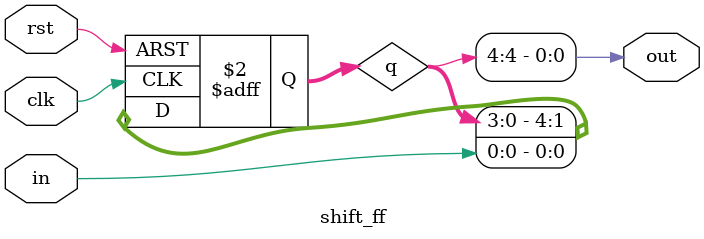
<source format=v>
module shift_ff (

    input clk,

    input rst,

    input in,

    output out

);



reg [4:0] q;

assign out = q[4];



always @(posedge clk or posedge rst) begin

    if (rst) begin

        q <= 5'b0; 

    end

    else begin

        q[0] <= in;

        q[4:1] <= q[3:0];

    end

end



endmodule



/*

module shift_ff (

    input clk,

    input rst,

    input d,  

    output reg [4:0] out  

);



always @(posedge clk or posedge rst) begin

    if (rst) 

        out <= 5'b00001;  

    else 

        out <= {out[3:0], d};  

end



endmodule

*/



</source>
